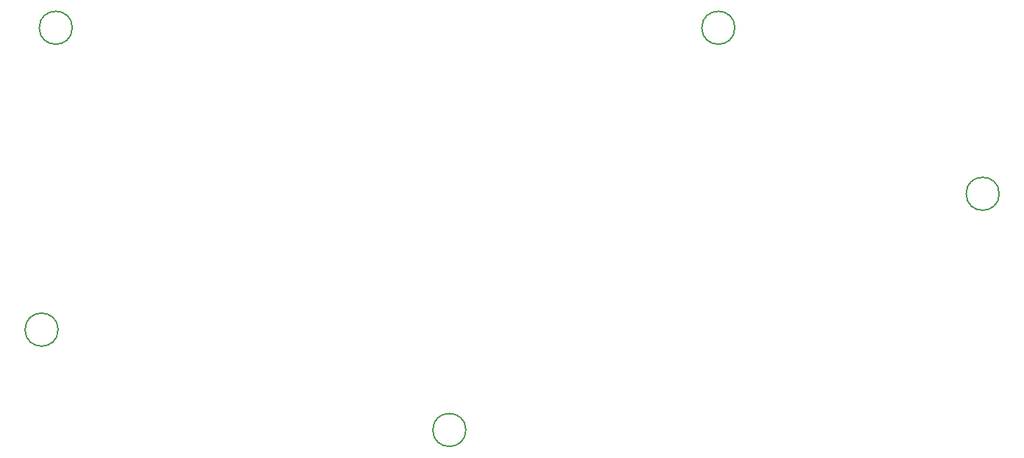
<source format=gbr>
%TF.GenerationSoftware,KiCad,Pcbnew,(7.99.0-267-g8440d7258b)*%
%TF.CreationDate,2023-03-29T01:08:39-07:00*%
%TF.ProjectId,minibaen r2,6d696e69-6261-4656-9e20-72322e6b6963,rev?*%
%TF.SameCoordinates,Original*%
%TF.FileFunction,Other,Comment*%
%FSLAX46Y46*%
G04 Gerber Fmt 4.6, Leading zero omitted, Abs format (unit mm)*
G04 Created by KiCad (PCBNEW (7.99.0-267-g8440d7258b)) date 2023-03-29 01:08:39*
%MOMM*%
%LPD*%
G01*
G04 APERTURE LIST*
%ADD10C,0.150000*%
G04 APERTURE END LIST*
D10*
%TO.C,H1*%
X23861000Y-9525000D02*
G75*
G03*
X23861000Y-9525000I-1900000J0D01*
G01*
%TO.C,H2*%
X100061000Y-9525000D02*
G75*
G03*
X100061000Y-9525000I-1900000J0D01*
G01*
%TO.C,H3*%
X130464800Y-28642500D02*
G75*
G03*
X130464800Y-28642500I-1900000J0D01*
G01*
%TO.C,H5*%
X69127500Y-55842400D02*
G75*
G03*
X69127500Y-55842400I-1900000J0D01*
G01*
%TO.C,H4*%
X22227500Y-44292400D02*
G75*
G03*
X22227500Y-44292400I-1900000J0D01*
G01*
%TD*%
M02*

</source>
